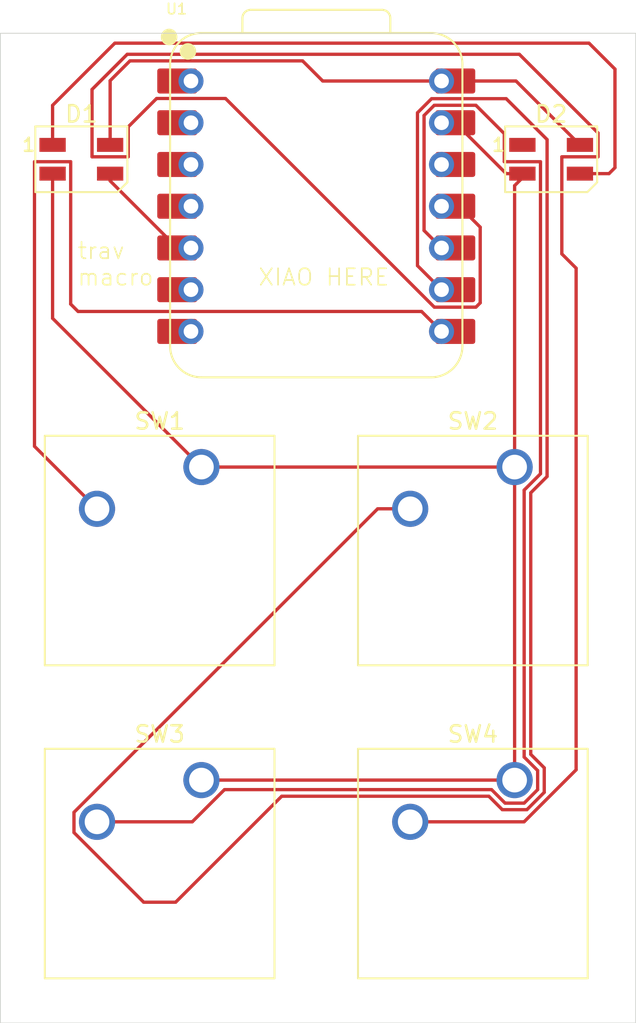
<source format=kicad_pcb>
(kicad_pcb (version 20241229) (generator "pcbnew") (generator_version "9.0")
  (layers (0 "F.Cu" signal) (2 "B.Cu" signal) (13 "F.Paste" user) (15 "B.Paste" user) (5 "F.SilkS" user "F.Silkscreen") (7 "B.SilkS" user "B.Silkscreen") (1 "F.Mask" user) (3 "B.Mask" user) (25 "Edge.Cuts" user))
  (net 0 "")
  (net 1 "+5V")
  (net 2 "Net-(D1-DIN)")
  (net 3 "Net-(D1-DOUT)")
  (net 4 "GND")
  (net 6 "Net-(U1-GPIO1{slash}RX)")
  (net 7 "Net-(U1-GPIO2{slash}SCK)")
  (net 8 "Net-(U1-GPIO4{slash}MISO)")
  (net 9 "Net-(U1-GPIO3{slash}MOSI)")
  (footprint "LED_SMD:LED_SK6812MINI_PLCC4_3.5x3.5mm_P1.75mm" (layer "F.Cu") (at 188.11875 90.4875)
    (property "Reference" "D2" (at 0 -2.75 0) (layer "F.SilkS"))
    (property "Value" "SK6812MINI")
    (fp_line (start -2.8 -2) (end -2.8 2) (stroke (width 0.12)) (layer "F.SilkS"))
    (fp_line (start -2.8 -2) (end 2.8 -2) (stroke (width 0.12)) (layer "F.SilkS"))
    (fp_line (start -2.8 2) (end 2.2 2) (stroke (width 0.12)) (layer "F.SilkS"))
    (fp_line (start 2.8 1.4) (end 2.2 2) (stroke (width 0.12)) (layer "F.SilkS"))
    (fp_line (start 2.8 1.4) (end 2.8 -2) (stroke (width 0.12)) (layer "F.SilkS"))
    (fp_text user "1" (at -3.2 -0.875 0) (layer "F.SilkS") (effects (font (size 0.8 0.8))))
    (pad "1" smd rect (at -1.75 -0.875) (size 1.6 0.85) (layers "F.Cu" "F.Mask" "F.Paste"))
    (pad "2" smd rect (at -1.75 0.875) (size 1.6 0.85) (layers "F.Cu" "F.Mask" "F.Paste") (net 4 "GND"))
    (pad "3" smd rect (at 1.75 0.875) (size 1.6 0.85) (layers "F.Cu" "F.Mask" "F.Paste") (net 3 "Net-(D1-DOUT)"))
    (pad "4" smd rect (at 1.75 -0.875) (size 1.6 0.85) (layers "F.Cu" "F.Mask" "F.Paste") (net 1 "+5V"))
  )
  (footprint "Button_Switch_Keyboard:SW_Cherry_MX_1.00u_PCB" (layer "F.Cu") (at 185.89625 128.27)
    (property "Reference" "SW4" (at -2.54 -2.794 0) (layer "F.SilkS"))
    (property "Value" "SW_Push")
    (fp_line (start -9.525 -1.905) (end 4.445 -1.905) (stroke (width 0.12)) (layer "F.SilkS"))
    (fp_line (start -9.525 12.065) (end -9.525 -1.905) (stroke (width 0.12)) (layer "F.SilkS"))
    (fp_line (start 4.445 -1.905) (end 4.445 12.065) (stroke (width 0.12)) (layer "F.SilkS"))
    (fp_line (start 4.445 12.065) (end -9.525 12.065) (stroke (width 0.12)) (layer "F.SilkS"))
    (pad "" np_thru_hole circle (at -7.62 5.08) (size 1.7 1.7) (drill 1.7) (layers "*.Cu" "*.Mask"))
    (pad "" np_thru_hole circle (at -2.54 5.08) (size 4 4) (drill 4) (layers "*.Cu" "*.Mask"))
    (pad "" np_thru_hole circle (at 2.54 5.08) (size 1.7 1.7) (drill 1.7) (layers "*.Cu" "*.Mask"))
    (pad "1" thru_hole circle (at 0 0) (size 2.2 2.2) (drill 1.5) (layers "*.Cu" "*.Mask") (net 4 "GND"))
    (pad "2" thru_hole circle (at -6.35 2.54) (size 2.2 2.2) (drill 1.5) (layers "*.Cu" "*.Mask") (net 9 "Net-(U1-GPIO3{slash}MOSI)"))
  )
  (footprint "Button_Switch_Keyboard:SW_Cherry_MX_1.00u_PCB" (layer "F.Cu") (at 166.84625 109.22)
    (property "Reference" "SW1" (at -2.54 -2.794 0) (layer "F.SilkS"))
    (property "Value" "SW_Push")
    (fp_line (start -9.525 -1.905) (end 4.445 -1.905) (stroke (width 0.12)) (layer "F.SilkS"))
    (fp_line (start -9.525 12.065) (end -9.525 -1.905) (stroke (width 0.12)) (layer "F.SilkS"))
    (fp_line (start 4.445 -1.905) (end 4.445 12.065) (stroke (width 0.12)) (layer "F.SilkS"))
    (fp_line (start 4.445 12.065) (end -9.525 12.065) (stroke (width 0.12)) (layer "F.SilkS"))
    (pad "" np_thru_hole circle (at -7.62 5.08) (size 1.7 1.7) (drill 1.7) (layers "*.Cu" "*.Mask"))
    (pad "" np_thru_hole circle (at -2.54 5.08) (size 4 4) (drill 4) (layers "*.Cu" "*.Mask"))
    (pad "" np_thru_hole circle (at 2.54 5.08) (size 1.7 1.7) (drill 1.7) (layers "*.Cu" "*.Mask"))
    (pad "1" thru_hole circle (at 0 0) (size 2.2 2.2) (drill 1.5) (layers "*.Cu" "*.Mask") (net 4 "GND"))
    (pad "2" thru_hole circle (at -6.35 2.54) (size 2.2 2.2) (drill 1.5) (layers "*.Cu" "*.Mask") (net 6 "Net-(U1-GPIO1{slash}RX)"))
  )
  (footprint "Opl lib:XIAO-RP2040-DIP" (layer "F.Cu") (at 173.83125 93.345)
    (property "Reference" "U1" (at -8.5 -12 0) (layer "F.SilkS") (effects (font (size 0.635 0.635) (thickness 0.1016))))
    (property "Value" "XIAO-RP2040-DIP")
    (fp_line (start -8.89 8.509) (end -8.89 -8.636) (stroke (width 0.127)) (layer "F.SilkS"))
    (fp_line (start -6.985 10.414) (end 6.985 10.414) (stroke (width 0.127)) (layer "F.SilkS"))
    (fp_line (start -4.495 -10.541) (end -4.491272 -11.451272) (stroke (width 0.127)) (layer "F.SilkS"))
    (fp_line (start -3.991272 -11.951) (end 4.004 -11.951) (stroke (width 0.127)) (layer "F.SilkS"))
    (fp_line (start 4.504 -11.451) (end 4.504 -10.541) (stroke (width 0.127)) (layer "F.SilkS"))
    (fp_line (start 6.985 -10.541) (end -6.985 -10.541) (stroke (width 0.1)) (layer "F.SilkS"))
    (fp_line (start 6.985 -10.541) (end -6.985 -10.541) (stroke (width 0.127)) (layer "F.SilkS"))
    (fp_line (start 8.89 8.509) (end 8.89 -8.636) (stroke (width 0.127)) (layer "F.SilkS"))
    (fp_arc (start -8.89 -8.636) (mid -8.332038 -9.983038) (end -6.985 -10.541) (stroke (width 0.127)) (layer "F.SilkS"))
    (fp_arc (start -6.985 10.414) (mid -8.332038 9.856038) (end -8.89 8.509) (stroke (width 0.127)) (layer "F.SilkS"))
    (fp_arc (start -4.491272 -11.451272) (mid -4.344728 -11.80464) (end -3.991272 -11.951) (stroke (width 0.127)) (layer "F.SilkS"))
    (fp_arc (start 4.004 -11.951) (mid 4.357553 -11.804553) (end 4.504 -11.451) (stroke (width 0.127)) (layer "F.SilkS"))
    (fp_arc (start 6.985 -10.541) (mid 8.332038 -9.983038) (end 8.89 -8.636) (stroke (width 0.127)) (layer "F.SilkS"))
    (fp_arc (start 8.89 8.509) (mid 8.332038 9.856038) (end 6.985 10.414) (stroke (width 0.127)) (layer "F.SilkS"))
    (fp_circle (center -8.95 -10.3) (end -8.95 -10.554) (stroke (width 0.5)) (fill yes) (layer "F.SilkS"))
    (fp_circle (center -7.807 -9.42) (end -7.807 -9.674) (stroke (width 0.5)) (fill yes) (layer "F.SilkS"))
    (pad "1" smd roundrect (at -8.455 -7.62 180) (size 2.432 1.524) (layers "F.Cu" "F.Mask") (roundrect_rratio 0.1))
    (pad "1" thru_hole circle (at -7.62 -7.62 180) (size 1.524 1.524) (drill 0.889) (layers "*.Cu" "*.Mask"))
    (pad "2" smd roundrect (at -8.455 -5.08 180) (size 2.432 1.524) (layers "F.Cu" "F.Mask") (roundrect_rratio 0.1))
    (pad "2" thru_hole circle (at -7.62 -5.08 180) (size 1.524 1.524) (drill 0.889) (layers "*.Cu" "*.Mask"))
    (pad "3" smd roundrect (at -8.455 -2.54 180) (size 2.432 1.524) (layers "F.Cu" "F.Mask") (roundrect_rratio 0.1))
    (pad "3" thru_hole circle (at -7.62 -2.54 180) (size 1.524 1.524) (drill 0.889) (layers "*.Cu" "*.Mask"))
    (pad "4" smd roundrect (at -8.455 0 180) (size 2.432 1.524) (layers "F.Cu" "F.Mask") (roundrect_rratio 0.1))
    (pad "4" thru_hole circle (at -7.62 0 180) (size 1.524 1.524) (drill 0.889) (layers "*.Cu" "*.Mask"))
    (pad "5" smd roundrect (at -8.455 2.54 180) (size 2.432 1.524) (layers "F.Cu" "F.Mask") (roundrect_rratio 0.1) (net 2 "Net-(D1-DIN)"))
    (pad "5" thru_hole circle (at -7.62 2.54 180) (size 1.524 1.524) (drill 0.889) (layers "*.Cu" "*.Mask") (net 2 "Net-(D1-DIN)"))
    (pad "6" smd roundrect (at -8.455 5.08 180) (size 2.432 1.524) (layers "F.Cu" "F.Mask") (roundrect_rratio 0.1))
    (pad "6" thru_hole circle (at -7.62 5.08 180) (size 1.524 1.524) (drill 0.889) (layers "*.Cu" "*.Mask"))
    (pad "7" smd roundrect (at -8.455 7.62 180) (size 2.432 1.524) (layers "F.Cu" "F.Mask") (roundrect_rratio 0.1))
    (pad "7" thru_hole circle (at -7.62 7.62 180) (size 1.524 1.524) (drill 0.889) (layers "*.Cu" "*.Mask"))
    (pad "8" thru_hole circle (at 7.62 7.62) (size 1.524 1.524) (drill 0.889) (layers "*.Cu" "*.Mask") (net 6 "Net-(U1-GPIO1{slash}RX)"))
    (pad "8" smd roundrect (at 8.455 7.62) (size 2.432 1.524) (layers "F.Cu" "F.Mask") (roundrect_rratio 0.1) (net 6 "Net-(U1-GPIO1{slash}RX)"))
    (pad "9" thru_hole circle (at 7.62 5.08) (size 1.524 1.524) (drill 0.889) (layers "*.Cu" "*.Mask") (net 7 "Net-(U1-GPIO2{slash}SCK)"))
    (pad "9" smd roundrect (at 8.455 5.08) (size 2.432 1.524) (layers "F.Cu" "F.Mask") (roundrect_rratio 0.1) (net 7 "Net-(U1-GPIO2{slash}SCK)"))
    (pad "10" thru_hole circle (at 7.62 2.54) (size 1.524 1.524) (drill 0.889) (layers "*.Cu" "*.Mask") (net 8 "Net-(U1-GPIO4{slash}MISO)"))
    (pad "10" smd roundrect (at 8.455 2.54) (size 2.432 1.524) (layers "F.Cu" "F.Mask") (roundrect_rratio 0.1) (net 8 "Net-(U1-GPIO4{slash}MISO)"))
    (pad "11" thru_hole circle (at 7.62 0) (size 1.524 1.524) (drill 0.889) (layers "*.Cu" "*.Mask") (net 9 "Net-(U1-GPIO3{slash}MOSI)"))
    (pad "11" smd roundrect (at 8.455 0) (size 2.432 1.524) (layers "F.Cu" "F.Mask") (roundrect_rratio 0.1) (net 9 "Net-(U1-GPIO3{slash}MOSI)"))
    (pad "12" thru_hole circle (at 7.62 -2.54) (size 1.524 1.524) (drill 0.889) (layers "*.Cu" "*.Mask"))
    (pad "12" smd roundrect (at 8.455 -2.54) (size 2.432 1.524) (layers "F.Cu" "F.Mask") (roundrect_rratio 0.1))
    (pad "13" thru_hole circle (at 7.62 -5.08) (size 1.524 1.524) (drill 0.889) (layers "*.Cu" "*.Mask") (net 4 "GND"))
    (pad "13" smd roundrect (at 8.455 -5.08) (size 2.432 1.524) (layers "F.Cu" "F.Mask") (roundrect_rratio 0.1) (net 4 "GND"))
    (pad "14" thru_hole circle (at 7.62 -7.62) (size 1.524 1.524) (drill 0.889) (layers "*.Cu" "*.Mask") (net 1 "+5V"))
    (pad "14" smd roundrect (at 8.455 -7.62) (size 2.432 1.524) (layers "F.Cu" "F.Mask") (roundrect_rratio 0.1) (net 1 "+5V"))
  )
  (footprint "Button_Switch_Keyboard:SW_Cherry_MX_1.00u_PCB" (layer "F.Cu") (at 166.84625 128.27)
    (property "Reference" "SW3" (at -2.54 -2.794 0) (layer "F.SilkS"))
    (property "Value" "SW_Push")
    (fp_line (start -9.525 -1.905) (end 4.445 -1.905) (stroke (width 0.12)) (layer "F.SilkS"))
    (fp_line (start -9.525 12.065) (end -9.525 -1.905) (stroke (width 0.12)) (layer "F.SilkS"))
    (fp_line (start 4.445 -1.905) (end 4.445 12.065) (stroke (width 0.12)) (layer "F.SilkS"))
    (fp_line (start 4.445 12.065) (end -9.525 12.065) (stroke (width 0.12)) (layer "F.SilkS"))
    (pad "" np_thru_hole circle (at -7.62 5.08) (size 1.7 1.7) (drill 1.7) (layers "*.Cu" "*.Mask"))
    (pad "" np_thru_hole circle (at -2.54 5.08) (size 4 4) (drill 4) (layers "*.Cu" "*.Mask"))
    (pad "" np_thru_hole circle (at 2.54 5.08) (size 1.7 1.7) (drill 1.7) (layers "*.Cu" "*.Mask"))
    (pad "1" thru_hole circle (at 0 0) (size 2.2 2.2) (drill 1.5) (layers "*.Cu" "*.Mask") (net 4 "GND"))
    (pad "2" thru_hole circle (at -6.35 2.54) (size 2.2 2.2) (drill 1.5) (layers "*.Cu" "*.Mask") (net 8 "Net-(U1-GPIO4{slash}MISO)"))
  )
  (footprint "LED_SMD:LED_SK6812MINI_PLCC4_3.5x3.5mm_P1.75mm" (layer "F.Cu") (at 159.54375 90.4875)
    (property "Reference" "D1" (at 0 -2.75 0) (layer "F.SilkS"))
    (property "Value" "SK6812MINI")
    (fp_line (start -2.8 -2) (end -2.8 2) (stroke (width 0.12)) (layer "F.SilkS"))
    (fp_line (start -2.8 -2) (end 2.8 -2) (stroke (width 0.12)) (layer "F.SilkS"))
    (fp_line (start -2.8 2) (end 2.2 2) (stroke (width 0.12)) (layer "F.SilkS"))
    (fp_line (start 2.8 1.4) (end 2.2 2) (stroke (width 0.12)) (layer "F.SilkS"))
    (fp_line (start 2.8 1.4) (end 2.8 -2) (stroke (width 0.12)) (layer "F.SilkS"))
    (fp_text user "1" (at -3.2 -0.875 0) (layer "F.SilkS") (effects (font (size 0.8 0.8))))
    (pad "1" smd rect (at -1.75 -0.875) (size 1.6 0.85) (layers "F.Cu" "F.Mask" "F.Paste") (net 3 "Net-(D1-DOUT)"))
    (pad "2" smd rect (at -1.75 0.875) (size 1.6 0.85) (layers "F.Cu" "F.Mask" "F.Paste") (net 4 "GND"))
    (pad "3" smd rect (at 1.75 0.875) (size 1.6 0.85) (layers "F.Cu" "F.Mask" "F.Paste") (net 2 "Net-(D1-DIN)"))
    (pad "4" smd rect (at 1.75 -0.875) (size 1.6 0.85) (layers "F.Cu" "F.Mask" "F.Paste") (net 1 "+5V"))
  )
  (footprint "Button_Switch_Keyboard:SW_Cherry_MX_1.00u_PCB" (layer "F.Cu") (at 185.89625 109.22)
    (property "Reference" "SW2" (at -2.54 -2.794 0) (layer "F.SilkS"))
    (property "Value" "SW_Push")
    (fp_line (start -9.525 -1.905) (end 4.445 -1.905) (stroke (width 0.12)) (layer "F.SilkS"))
    (fp_line (start -9.525 12.065) (end -9.525 -1.905) (stroke (width 0.12)) (layer "F.SilkS"))
    (fp_line (start 4.445 -1.905) (end 4.445 12.065) (stroke (width 0.12)) (layer "F.SilkS"))
    (fp_line (start 4.445 12.065) (end -9.525 12.065) (stroke (width 0.12)) (layer "F.SilkS"))
    (pad "" np_thru_hole circle (at -7.62 5.08) (size 1.7 1.7) (drill 1.7) (layers "*.Cu" "*.Mask"))
    (pad "" np_thru_hole circle (at -2.54 5.08) (size 4 4) (drill 4) (layers "*.Cu" "*.Mask"))
    (pad "" np_thru_hole circle (at 2.54 5.08) (size 1.7 1.7) (drill 1.7) (layers "*.Cu" "*.Mask"))
    (pad "1" thru_hole circle (at 0 0) (size 2.2 2.2) (drill 1.5) (layers "*.Cu" "*.Mask") (net 4 "GND"))
    (pad "2" thru_hole circle (at -6.35 2.54) (size 2.2 2.2) (drill 1.5) (layers "*.Cu" "*.Mask") (net 7 "Net-(U1-GPIO2{slash}SCK)"))
  )
  (gr_rect (start 154.62 82.82) (end 193.26 143.05) (stroke (width 0.05)) (fill no) (layer "Edge.Cuts"))
  (gr_text "XIAO HERE" (at 170.25 98.25 0) (layer "F.SilkS") (effects (font (size 1 1) (thickness 0.1)) (justify left bottom)))
  (gr_text "trav\nmacro" (at 159.25 98.25 0) (layer "F.SilkS") (effects (font (size 1 1) (thickness 0.1)) (justify left bottom)))
  (segment (start 185.98125 85.725) (end 189.86875 89.6125) (width 0.2) (layer "F.Cu") (net 1))
  (segment (start 174.225 85.725) (end 181.45125 85.725) (width 0.2) (layer "F.Cu") (net 1))
  (segment (start 162.5 84.5) (end 173 84.5) (width 0.2) (layer "F.Cu") (net 1))
  (segment (start 182.28625 85.725) (end 185.98125 85.725) (width 0.2) (layer "F.Cu") (net 1))
  (segment (start 173 84.5) (end 174.225 85.725) (width 0.2) (layer "F.Cu") (net 1))
  (segment (start 161.29375 89.6125) (end 161.29375 85.70625) (width 0.2) (layer "F.Cu") (net 1))
  (segment (start 161.29375 85.70625) (end 162.5 84.5) (width 0.2) (layer "F.Cu") (net 1))
  (segment (start 161.29375 91.8025) (end 165.37625 95.885) (width 0.2) (layer "F.Cu") (net 2))
  (segment (start 161.29375 91.3625) (end 161.29375 91.8025) (width 0.2) (layer "F.Cu") (net 2))
  (segment (start 190.421 83.421) (end 192 85) (width 0.2) (layer "F.Cu") (net 3))
  (segment (start 161.579 83.421) (end 190.421 83.421) (width 0.2) (layer "F.Cu") (net 3))
  (segment (start 191.6375 91.3625) (end 189.86875 91.3625) (width 0.2) (layer "F.Cu") (net 3))
  (segment (start 157.79375 89.6125) (end 157.79375 87.20625) (width 0.2) (layer "F.Cu") (net 3))
  (segment (start 192 91) (end 191.6375 91.3625) (width 0.2) (layer "F.Cu") (net 3))
  (segment (start 157.79375 87.20625) (end 161.579 83.421) (width 0.2) (layer "F.Cu") (net 3))
  (segment (start 192 85) (end 192 91) (width 0.2) (layer "F.Cu") (net 3))
  (segment (start 182.28625 88.265) (end 185.38375 91.3625) (width 0.2) (layer "F.Cu") (net 4))
  (segment (start 186.36875 91.61875) (end 185.89625 92.09125) (width 0.2) (layer "F.Cu") (net 4))
  (segment (start 185.89625 109.22) (end 166.84625 109.22) (width 0.2) (layer "F.Cu") (net 4))
  (segment (start 186.36875 91.3625) (end 186.36875 91.61875) (width 0.2) (layer "F.Cu") (net 4))
  (segment (start 166.84625 128.27) (end 185.89625 128.27) (width 0.2) (layer "F.Cu") (net 4))
  (segment (start 185.38375 91.3625) (end 186.36875 91.3625) (width 0.2) (layer "F.Cu") (net 4))
  (segment (start 166.84625 109.22) (end 157.79375 100.1675) (width 0.2) (layer "F.Cu") (net 4))
  (segment (start 185.89625 128.27) (end 185.89625 109.22) (width 0.2) (layer "F.Cu") (net 4))
  (segment (start 157.79375 100.1675) (end 157.79375 91.3625) (width 0.2) (layer "F.Cu") (net 4))
  (segment (start 185.89625 92.09125) (end 185.89625 109.22) (width 0.2) (layer "F.Cu") (net 4))
  (segment (start 160.49625 111.76) (end 156.69275 107.9565) (width 0.2) (layer "F.Cu") (net 6))
  (segment (start 156.69275 107.9565) (end 156.69275 90.6365) (width 0.2) (layer "F.Cu") (net 6))
  (segment (start 159.34335 99.75) (end 180.23625 99.75) (width 0.2) (layer "F.Cu") (net 6))
  (segment (start 158.89475 99.3014) (end 159.34335 99.75) (width 0.2) (layer "F.Cu") (net 6))
  (segment (start 180.23625 99.75) (end 181.45125 100.965) (width 0.2) (layer "F.Cu") (net 6))
  (segment (start 156.69275 90.6365) (end 158.89475 90.6365) (width 0.2) (layer "F.Cu") (net 6))
  (segment (start 158.89475 90.6365) (end 158.89475 99.3014) (width 0.2) (layer "F.Cu") (net 6))
  (segment (start 186.877564 110.7871) (end 187.87075 109.793914) (width 0.2) (layer "F.Cu") (net 7))
  (segment (start 163.332434 135.701) (end 165.280066 135.701) (width 0.2) (layer "F.Cu") (net 7))
  (segment (start 159.09525 131.463816) (end 163.332434 135.701) (width 0.2) (layer "F.Cu") (net 7))
  (segment (start 186.877564 126.7029) (end 186.877564 110.7871) (width 0.2) (layer "F.Cu") (net 7))
  (segment (start 187.87075 109.793914) (end 187.87075 89.2875) (width 0.2) (layer "F.Cu") (net 7))
  (segment (start 171.729752 129.251314) (end 184.32915 129.251314) (width 0.2) (layer "F.Cu") (net 7))
  (segment (start 180.84484 86.801) (end 179.98725 87.65859) (width 0.2) (layer "F.Cu") (net 7))
  (segment (start 187.69825 127.523586) (end 186.877564 126.7029) (width 0.2) (layer "F.Cu") (net 7))
  (segment (start 179.54625 111.76) (end 177.564936 111.76) (width 0.2) (layer "F.Cu") (net 7))
  (segment (start 159.09525 130.229686) (end 159.09525 131.463816) (width 0.2) (layer "F.Cu") (net 7))
  (segment (start 185.149836 130.072) (end 186.642664 130.072) (width 0.2) (layer "F.Cu") (net 7))
  (segment (start 179.98725 96.961) (end 181.45125 98.425) (width 0.2) (layer "F.Cu") (net 7))
  (segment (start 184.32915 129.251314) (end 185.149836 130.072) (width 0.2) (layer "F.Cu") (net 7))
  (segment (start 185.38425 86.801) (end 180.84484 86.801) (width 0.2) (layer "F.Cu") (net 7))
  (segment (start 165.280066 135.701) (end 171.729752 129.251314) (width 0.2) (layer "F.Cu") (net 7))
  (segment (start 186.642664 130.072) (end 187.69825 129.016414) (width 0.2) (layer "F.Cu") (net 7))
  (segment (start 187.69825 129.016414) (end 187.69825 127.523586) (width 0.2) (layer "F.Cu") (net 7))
  (segment (start 187.87075 89.2875) (end 185.38425 86.801) (width 0.2) (layer "F.Cu") (net 7))
  (segment (start 179.98725 87.65859) (end 179.98725 96.961) (width 0.2) (layer "F.Cu") (net 7))
  (segment (start 177.564936 111.76) (end 159.09525 130.229686) (width 0.2) (layer "F.Cu") (net 7))
  (segment (start 166.287564 130.81) (end 168.24725 128.850314) (width 0.2) (layer "F.Cu") (net 8))
  (segment (start 180.38825 94.822) (end 181.45125 95.885) (width 0.2) (layer "F.Cu") (net 8))
  (segment (start 187.46975 109.627814) (end 187.46975 90.6365) (width 0.2) (layer "F.Cu") (net 8))
  (segment (start 185.315936 129.671) (end 186.476564 129.671) (width 0.2) (layer "F.Cu") (net 8))
  (segment (start 187.29725 128.850314) (end 187.29725 127.689686) (width 0.2) (layer "F.Cu") (net 8))
  (segment (start 186.476564 129.671) (end 187.29725 128.850314) (width 0.2) (layer "F.Cu") (net 8))
  (segment (start 183.541876 87.202) (end 181.01094 87.202) (width 0.2) (layer "F.Cu") (net 8))
  (segment (start 168.24725 128.850314) (end 184.49525 128.850314) (width 0.2) (layer "F.Cu") (net 8))
  (segment (start 186.476564 126.869) (end 186.476564 110.621) (width 0.2) (layer "F.Cu") (net 8))
  (segment (start 185.26775 88.927874) (end 183.541876 87.202) (width 0.2) (layer "F.Cu") (net 8))
  (segment (start 187.29725 127.689686) (end 186.476564 126.869) (width 0.2) (layer "F.Cu") (net 8))
  (segment (start 160.49625 130.81) (end 166.287564 130.81) (width 0.2) (layer "F.Cu") (net 8))
  (segment (start 184.49525 128.850314) (end 185.315936 129.671) (width 0.2) (layer "F.Cu") (net 8))
  (segment (start 186.476564 110.621) (end 187.46975 109.627814) (width 0.2) (layer "F.Cu") (net 8))
  (segment (start 187.46975 90.6365) (end 185.26775 90.6365) (width 0.2) (layer "F.Cu") (net 8))
  (segment (start 185.26775 90.6365) (end 185.26775 88.927874) (width 0.2) (layer "F.Cu") (net 8))
  (segment (start 181.01094 87.202) (end 180.38825 87.82469) (width 0.2) (layer "F.Cu") (net 8))
  (segment (start 180.38825 87.82469) (end 180.38825 94.822) (width 0.2) (layer "F.Cu") (net 8))
  (segment (start 183.80325 99.226626) (end 183.80325 94.61937) (width 0.2) (layer "F.Cu") (net 9))
  (segment (start 181.01094 99.488) (end 183.541876 99.488) (width 0.2) (layer "F.Cu") (net 9))
  (segment (start 188.76775 90.3385) (end 190.96975 90.3385) (width 0.2) (layer "F.Cu") (net 9))
  (segment (start 168.31094 86.788) (end 181.01094 99.488) (width 0.2) (layer "F.Cu") (net 9))
  (segment (start 179.54625 130.81) (end 186.471764 130.81) (width 0.2) (layer "F.Cu") (net 9))
  (segment (start 186.18225 84.099) (end 162.3339 84.099) (width 0.2) (layer "F.Cu") (net 9))
  (segment (start 162.39475 90.3385) (end 162.39475 88.513874) (width 0.2) (layer "F.Cu") (net 9))
  (segment (start 183.80325 94.61937) (end 182.52888 93.345) (width 0.2) (layer "F.Cu") (net 9))
  (segment (start 164.120624 86.788) (end 168.31094 86.788) (width 0.2) (layer "F.Cu") (net 9))
  (segment (start 190.96975 90.3385) (end 190.96975 88.8865) (width 0.2) (layer "F.Cu") (net 9))
  (segment (start 160.19275 86.24015) (end 160.19275 90.3385) (width 0.2) (layer "F.Cu") (net 9))
  (segment (start 182.52888 93.345) (end 181.45125 93.345) (width 0.2) (layer "F.Cu") (net 9))
  (segment (start 183.541876 99.488) (end 183.80325 99.226626) (width 0.2) (layer "F.Cu") (net 9))
  (segment (start 190.96975 88.8865) (end 186.18225 84.099) (width 0.2) (layer "F.Cu") (net 9))
  (segment (start 189.63725 127.644514) (end 189.63725 97.1155) (width 0.2) (layer "F.Cu") (net 9))
  (segment (start 188.76775 96.246) (end 188.76775 90.3385) (width 0.2) (layer "F.Cu") (net 9))
  (segment (start 162.3339 84.099) (end 160.19275 86.24015) (width 0.2) (layer "F.Cu") (net 9))
  (segment (start 189.63725 97.1155) (end 188.76775 96.246) (width 0.2) (layer "F.Cu") (net 9))
  (segment (start 160.19275 90.3385) (end 162.39475 90.3385) (width 0.2) (layer "F.Cu") (net 9))
  (segment (start 162.39475 88.513874) (end 164.120624 86.788) (width 0.2) (layer "F.Cu") (net 9))
  (segment (start 186.471764 130.81) (end 189.63725 127.644514) (width 0.2) (layer "F.Cu") (net 9))
)
</source>
